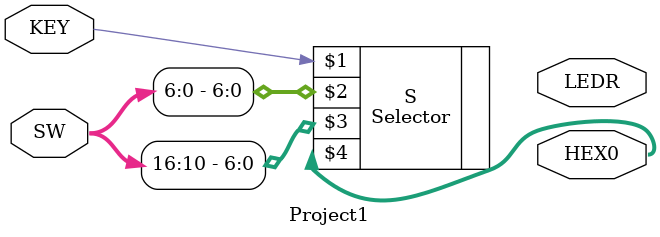
<source format=v>
module Project1(
	input [3:3] KEY,  // KEY = 0 --> SW[6:0], KEY = 1 --> SW[16:10]
	input [17:0] SW,
	output [6:0] LEDR,
	output [6:0] HEX0
	);

// instantiate selector module
	Selector S(KEY, SW[6:0], SW[16:10], HEX0[6:0]);

endmodule // Project1
</source>
